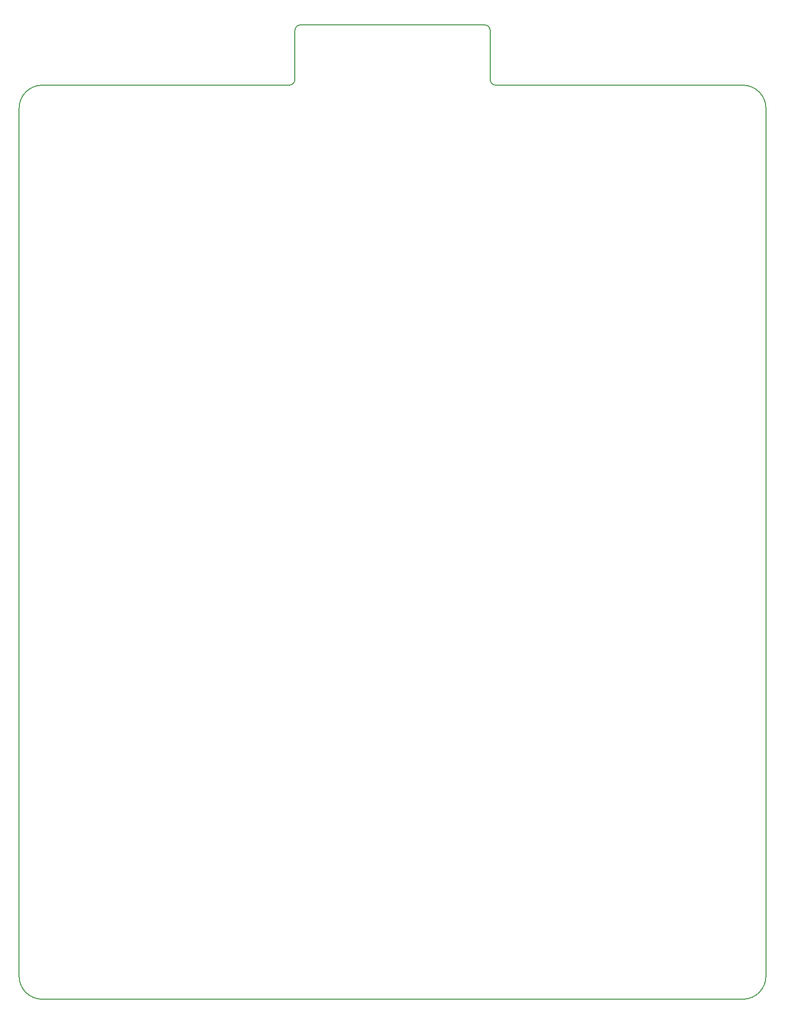
<source format=gm1>
G04 #@! TF.GenerationSoftware,KiCad,Pcbnew,9.0.1-rc2*
G04 #@! TF.CreationDate,2025-11-09T14:34:19-08:00*
G04 #@! TF.ProjectId,bsl_array_v1,62736c5f-6172-4726-9179-5f76312e6b69,2*
G04 #@! TF.SameCoordinates,Original*
G04 #@! TF.FileFunction,Profile,NP*
%FSLAX46Y46*%
G04 Gerber Fmt 4.6, Leading zero omitted, Abs format (unit mm)*
G04 Created by KiCad (PCBNEW 9.0.1-rc2) date 2025-11-09 14:34:19*
%MOMM*%
%LPD*%
G01*
G04 APERTURE LIST*
G04 #@! TA.AperFunction,Profile*
%ADD10C,0.150000*%
G04 #@! TD*
G04 APERTURE END LIST*
D10*
X109000000Y-28000000D02*
G75*
G02*
X108000000Y-27000000I0J1000000D01*
G01*
X74000000Y-18500000D02*
G75*
G02*
X75000000Y-17500000I1000000J0D01*
G01*
X152000000Y-187000000D02*
X30000000Y-187000000D01*
X109000000Y-28000000D02*
X152000000Y-28000000D01*
X74000000Y-27000000D02*
X74000000Y-18500000D01*
X107000000Y-17500000D02*
G75*
G02*
X108000000Y-18500000I0J-1000000D01*
G01*
X156000000Y-183000000D02*
G75*
G02*
X152000000Y-187000000I-4000000J0D01*
G01*
X156000000Y-32000000D02*
X156000000Y-183000000D01*
X30000000Y-187000000D02*
G75*
G02*
X26000000Y-183000000I0J4000000D01*
G01*
X152000000Y-28000000D02*
G75*
G02*
X156000000Y-32000000I0J-4000000D01*
G01*
X74000000Y-27000000D02*
G75*
G02*
X73000000Y-28000000I-1000000J0D01*
G01*
X73000000Y-28000000D02*
X30000000Y-28000000D01*
X75000000Y-17500000D02*
X107000000Y-17500000D01*
X26000000Y-32000000D02*
G75*
G02*
X30000000Y-28000000I4000000J0D01*
G01*
X108000000Y-18500000D02*
X108000000Y-27000000D01*
X26000000Y-183000000D02*
X26000000Y-32000000D01*
M02*

</source>
